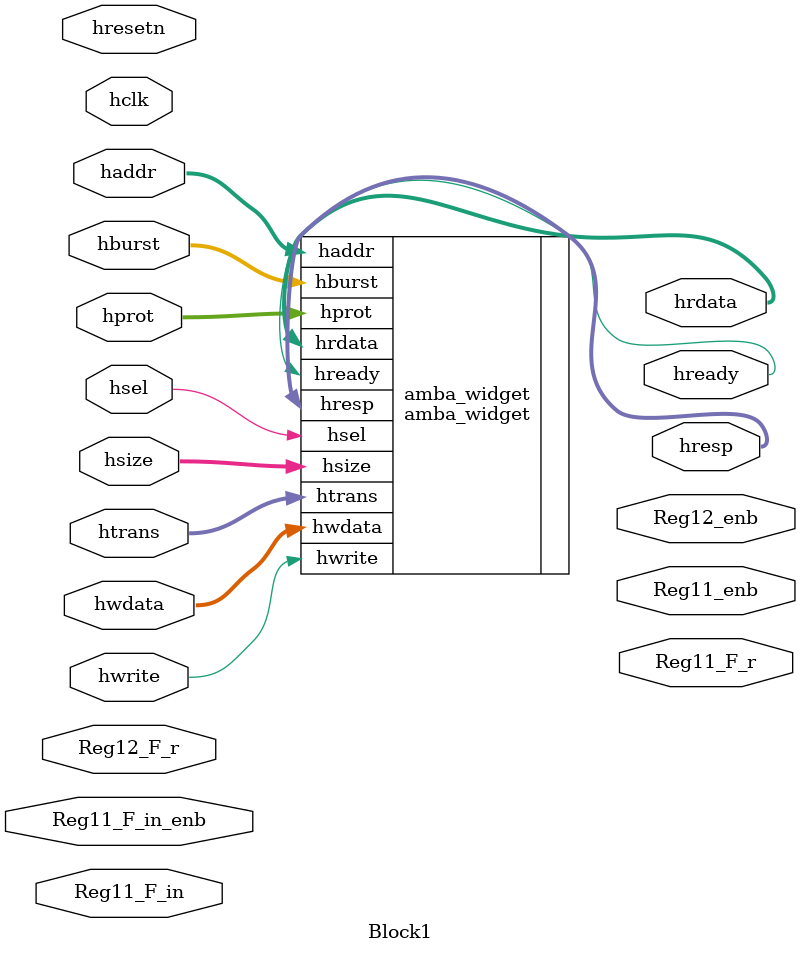
<source format=v>



//  Block1

module Block1
    (
    
    input   hresetn,
    input   hclk,
    output  Reg11_enb,
    output  [15:0]Reg11_F_r,
    input   [15:0]Reg11_F_in,
    input   Reg11_F_in_enb,
    output  Reg12_enb,
    input   [31:0]Reg12_F_r,
    // amba_widget;
    output  [31:0]hrdata,
    output  [1:0]hresp,
    input   [1:0]htrans,
    input   [3:0]haddr,
    input   hwrite,
    input   [2:0]hsize,
    input   [3:0]hprot,
    input   [31:0]hwdata,
    input   hsel,
    input   [2:0]hburst,
    output  hready
    );
    amba_widget amba_widget(.hrdata (hrdata[31:0]),
    .hresp (hresp[1:0]),
    .htrans (htrans[1:0]),
    .haddr (haddr[3:0]),
    .hwrite (hwrite),
    .hsize (hsize[2:0]),
    .hprot (hprot[3:0]),
    .hwdata (hwdata[31:0]),
    .hsel (hsel),
    .hburst (hburst[2:0]),
    .hready (hready)
    
    );
    
    
    
    
    
    
endmodule


</source>
